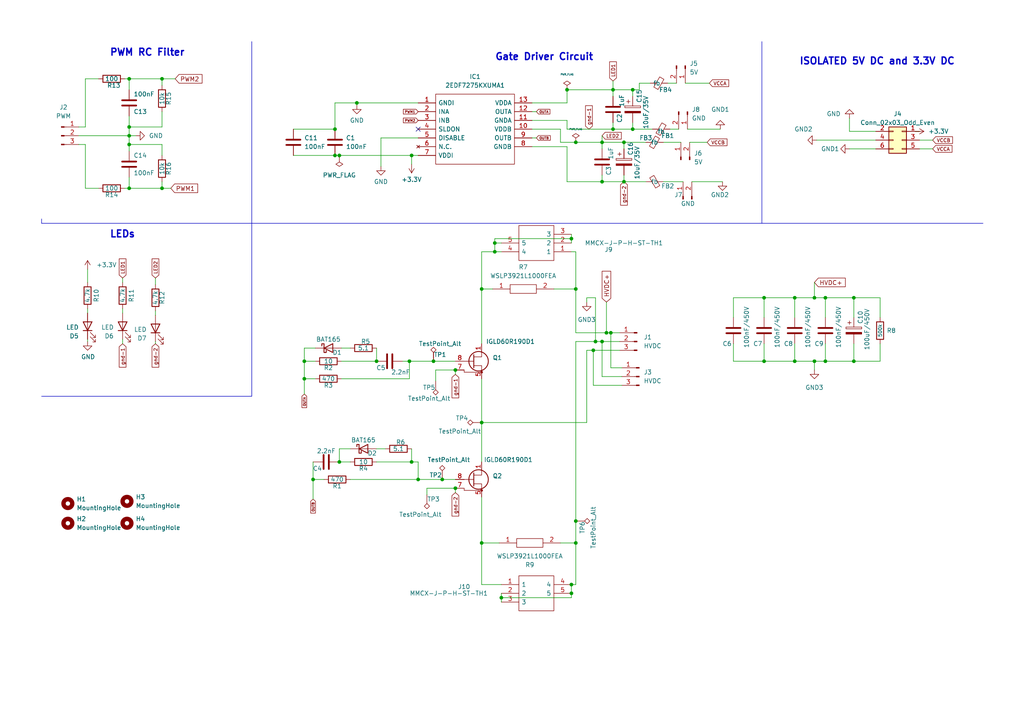
<source format=kicad_sch>
(kicad_sch (version 20250114) (generator "eeschema") (generator_version "9.0")
  (paper "A4")
  (lib_symbols
    (symbol "2EDF7275KXUMA1:2EDF7275KXUMA1" (pin_names (offset 0.762))
      (property "Reference" "IC" (at 29.21 7.62 0))
      (property "Value" "2EDF7275KXUMA1" (at 29.21 5.08 0))
      (symbol "2EDF7275KXUMA1_0_0"
        (pin passive line (at 0 0 0) (length 5.08) (name "GNDI") (number "1"))
        (pin passive line (at 0 -2.54 0) (length 5.08) (name "INA") (number "2"))
        (pin passive line (at 0 -5.08 0) (length 5.08) (name "INB") (number "3"))
        (pin passive line (at 0 -7.62 0) (length 5.08) (name "SLDON") (number "4"))
        (pin passive line (at 0 -10.16 0) (length 5.08) (name "DISABLE") (number "5"))
        (pin no_connect line (at 0 -12.7 0) (length 5.08) (name "N.C.") (number "6"))
        (pin passive line (at 0 -15.24 0) (length 5.08) (name "VDDI") (number "7"))
        (pin passive line (at 33.02 0 180) (length 5.08) (name "VDDA") (number "13"))
        (pin passive line (at 33.02 -2.54 180) (length 5.08) (name "OUTA") (number "12"))
        (pin passive line (at 33.02 -5.08 180) (length 5.08) (name "GNDA") (number "11"))
        (pin passive line (at 33.02 -7.62 180) (length 5.08) (name "VDDB") (number "10"))
        (pin passive line (at 33.02 -10.16 180) (length 5.08) (name "OUTB") (number "9"))
        (pin passive line (at 33.02 -12.7 180) (length 5.08) (name "GNDB") (number "8"))
      )
      (symbol "2EDF7275KXUMA1_0_1"
        (polyline (pts (xy 5.08 2.54) (xy 27.94 2.54) (xy 27.94 -17.78) (xy 5.08 -17.78) (xy 5.08 2.54)) (stroke (width 0.1524)))
      )
    )
    (symbol "Connector:Conn_01x02_Male" (pin_names (offset 1.016) (hide yes))
      (property "Reference" "J" (at 0 2.54 0))
      (property "Value" "Conn_01x02_Male" (at 0 -5.08 0))
      (symbol "Conn_01x02_Male_1_1"
        (rectangle (start 0.8636 0.127) (end 0 -0.127) (stroke (width 0.1524)) (fill (type outline)))
        (rectangle (start 0.8636 -2.413) (end 0 -2.667) (stroke (width 0.1524)) (fill (type outline)))
        (polyline (pts (xy 1.27 0) (xy 0.8636 0)) (stroke (width 0.1524)))
        (polyline (pts (xy 1.27 -2.54) (xy 0.8636 -2.54)) (stroke (width 0.1524)))
        (pin passive line (at 5.08 0 180) (length 3.81) (name "Pin_1") (number "1"))
        (pin passive line (at 5.08 -2.54 180) (length 3.81) (name "Pin_2") (number "2"))
      )
    )
    (symbol "Connector:Conn_01x03_Male" (pin_names (offset 1.016) (hide yes))
      (property "Reference" "J" (at 0 5.08 0))
      (property "Value" "Conn_01x03_Male" (at 0 -5.08 0))
      (symbol "Conn_01x03_Male_1_1"
        (rectangle (start 0.8636 2.667) (end 0 2.413) (stroke (width 0.1524)) (fill (type outline)))
        (rectangle (start 0.8636 0.127) (end 0 -0.127) (stroke (width 0.1524)) (fill (type outline)))
        (rectangle (start 0.8636 -2.413) (end 0 -2.667) (stroke (width 0.1524)) (fill (type outline)))
        (polyline (pts (xy 1.27 2.54) (xy 0.8636 2.54)) (stroke (width 0.1524)))
        (polyline (pts (xy 1.27 0) (xy 0.8636 0)) (stroke (width 0.1524)))
        (polyline (pts (xy 1.27 -2.54) (xy 0.8636 -2.54)) (stroke (width 0.1524)))
        (pin passive line (at 5.08 2.54 180) (length 3.81) (name "Pin_1") (number "1"))
        (pin passive line (at 5.08 0 180) (length 3.81) (name "Pin_2") (number "2"))
        (pin passive line (at 5.08 -2.54 180) (length 3.81) (name "Pin_3") (number "3"))
      )
    )
    (symbol "Connector:TestPoint_Alt" (pin_numbers (hide yes)) (pin_names (offset 0.762) (hide yes))
      (property "Reference" "TP" (at 0 6.858 0))
      (property "Value" "TestPoint_Alt" (at 0 5.08 0))
      (symbol "TestPoint_Alt_0_1"
        (polyline (pts (xy 0 2.54) (xy -0.762 3.302) (xy 0 4.064) (xy 0.762 3.302) (xy 0 2.54)))
      )
      (symbol "TestPoint_Alt_1_1"
        (pin passive line (at 0 0 90) (length 2.54) (name "1") (number "1"))
      )
    )
    (symbol "Connector_Generic:Conn_02x03_Odd_Even" (pin_names (offset 1.016) (hide yes))
      (property "Reference" "J" (at 1.27 5.08 0))
      (property "Value" "Conn_02x03_Odd_Even" (at 1.27 -5.08 0))
      (symbol "Conn_02x03_Odd_Even_1_1"
        (rectangle (start -1.27 3.81) (end 3.81 -3.81) (stroke (width 0.254)) (fill (type background)))
        (rectangle (start -1.27 2.667) (end 0 2.413) (stroke (width 0.1524)))
        (rectangle (start -1.27 0.127) (end 0 -0.127) (stroke (width 0.1524)))
        (rectangle (start -1.27 -2.413) (end 0 -2.667) (stroke (width 0.1524)))
        (rectangle (start 3.81 2.667) (end 2.54 2.413) (stroke (width 0.1524)))
        (rectangle (start 3.81 0.127) (end 2.54 -0.127) (stroke (width 0.1524)))
        (rectangle (start 3.81 -2.413) (end 2.54 -2.667) (stroke (width 0.1524)))
        (pin passive line (at -5.08 2.54 0) (length 3.81) (name "Pin_1") (number "1"))
        (pin passive line (at -5.08 0 0) (length 3.81) (name "Pin_3") (number "3"))
        (pin passive line (at -5.08 -2.54 0) (length 3.81) (name "Pin_5") (number "5"))
        (pin passive line (at 7.62 2.54 180) (length 3.81) (name "Pin_2") (number "2"))
        (pin passive line (at 7.62 0 180) (length 3.81) (name "Pin_4") (number "4"))
        (pin passive line (at 7.62 -2.54 180) (length 3.81) (name "Pin_6") (number "6"))
      )
    )
    (symbol "Device:C" (pin_numbers (hide yes)) (pin_names (offset 0.254))
      (property "Reference" "C" (at 0.635 2.54 0))
      (property "Value" "C" (at 0.635 -2.54 0))
      (symbol "C_0_1"
        (polyline (pts (xy -2.032 0.762) (xy 2.032 0.762)) (stroke (width 0.508)))
        (polyline (pts (xy -2.032 -0.762) (xy 2.032 -0.762)) (stroke (width 0.508)))
      )
      (symbol "C_1_1"
        (pin passive line (at 0 3.81 270) (length 2.794) (name "~") (number "1"))
        (pin passive line (at 0 -3.81 90) (length 2.794) (name "~") (number "2"))
      )
    )
    (symbol "Device:C_Polarized" (pin_numbers (hide yes)) (pin_names (offset 0.254))
      (property "Reference" "C" (at 0.635 2.54 0))
      (property "Value" "C_Polarized" (at 0.635 -2.54 0))
      (symbol "C_Polarized_0_1"
        (rectangle (start -2.286 0.508) (end 2.286 1.016))
        (polyline (pts (xy -1.778 2.286) (xy -0.762 2.286)))
        (polyline (pts (xy -1.27 2.794) (xy -1.27 1.778)))
        (rectangle (start 2.286 -0.508) (end -2.286 -1.016) (fill (type outline)))
      )
      (symbol "C_Polarized_1_1"
        (pin passive line (at 0 3.81 270) (length 2.794) (name "~") (number "1"))
        (pin passive line (at 0 -3.81 90) (length 2.794) (name "~") (number "2"))
      )
    )
    (symbol "Device:D_Schottky" (pin_numbers (hide yes)) (pin_names (offset 1.016) (hide yes))
      (property "Reference" "D" (at 0 2.54 0))
      (property "Value" "D_Schottky" (at 0 -2.54 0))
      (symbol "D_Schottky_0_1"
        (polyline (pts (xy -1.905 0.635) (xy -1.905 1.27) (xy -1.27 1.27) (xy -1.27 -1.27) (xy -0.635 -1.27) (xy -0.635 -0.635)) (stroke (width 0.254)))
        (polyline (pts (xy 1.27 1.27) (xy 1.27 -1.27) (xy -1.27 0) (xy 1.27 1.27)) (stroke (width 0.254)))
        (polyline (pts (xy 1.27 0) (xy -1.27 0)))
      )
      (symbol "D_Schottky_1_1"
        (pin passive line (at -3.81 0 0) (length 2.54) (name "K") (number "1"))
        (pin passive line (at 3.81 0 180) (length 2.54) (name "A") (number "2"))
      )
    )
    (symbol "Device:FerriteBead_Small" (pin_numbers (hide yes)) (pin_names (offset 0))
      (property "Reference" "FB" (at 1.905 1.27 0))
      (property "Value" "FerriteBead_Small" (at 1.905 -1.27 0))
      (symbol "FerriteBead_Small_0_1"
        (polyline (pts (xy -1.8288 0.2794) (xy -1.1176 1.4986) (xy 1.8288 -0.2032) (xy 1.1176 -1.4224) (xy -1.8288 0.2794)))
        (polyline (pts (xy 0 0.889) (xy 0 1.2954)))
        (polyline (pts (xy 0 -1.27) (xy 0 -0.7874)))
      )
      (symbol "FerriteBead_Small_1_1"
        (pin passive line (at 0 2.54 270) (length 1.27) (name "~") (number "1"))
        (pin passive line (at 0 -2.54 90) (length 1.27) (name "~") (number "2"))
      )
    )
    (symbol "Device:LED" (pin_numbers (hide yes)) (pin_names (offset 1.016) (hide yes))
      (property "Reference" "D" (at 0 2.54 0))
      (property "Value" "LED" (at 0 -2.54 0))
      (symbol "LED_0_1"
        (polyline (pts (xy -3.048 -0.762) (xy -4.572 -2.286) (xy -3.81 -2.286) (xy -4.572 -2.286) (xy -4.572 -1.524)))
        (polyline (pts (xy -1.778 -0.762) (xy -3.302 -2.286) (xy -2.54 -2.286) (xy -3.302 -2.286) (xy -3.302 -1.524)))
        (polyline (pts (xy -1.27 0) (xy 1.27 0)))
        (polyline (pts (xy -1.27 -1.27) (xy -1.27 1.27)) (stroke (width 0.254)))
        (polyline (pts (xy 1.27 -1.27) (xy 1.27 1.27) (xy -1.27 0) (xy 1.27 -1.27)) (stroke (width 0.254)))
      )
      (symbol "LED_1_1"
        (pin passive line (at -3.81 0 0) (length 2.54) (name "K") (number "1"))
        (pin passive line (at 3.81 0 180) (length 2.54) (name "A") (number "2"))
      )
    )
    (symbol "Device:R" (pin_numbers (hide yes)) (pin_names (offset 0))
      (property "Reference" "R" (at 2.032 0 90))
      (property "Value" "R" (at 0 0 90))
      (symbol "R_0_1"
        (rectangle (start -1.016 -2.54) (end 1.016 2.54) (stroke (width 0.254)))
      )
      (symbol "R_1_1"
        (pin passive line (at 0 3.81 270) (length 1.27) (name "~") (number "1"))
        (pin passive line (at 0 -3.81 90) (length 1.27) (name "~") (number "2"))
      )
    )
    (symbol "MMCX-J-P-H-ST-TH1:MMCX-J-P-H-ST-TH1" (pin_names (offset 0.762))
      (property "Reference" "J" (at 16.51 7.62 0))
      (property "Value" "MMCX-J-P-H-ST-TH1" (at 16.51 5.08 0))
      (symbol "MMCX-J-P-H-ST-TH1_0_0"
        (pin passive line (at 0 0 0) (length 5.08) (name "1") (number "1"))
        (pin passive line (at 0 -2.54 0) (length 5.08) (name "2") (number "2"))
        (pin passive line (at 0 -5.08 0) (length 5.08) (name "3") (number "3"))
        (pin passive line (at 20.32 0 180) (length 5.08) (name "4") (number "4"))
        (pin passive line (at 20.32 -2.54 180) (length 5.08) (name "5") (number "5"))
      )
      (symbol "MMCX-J-P-H-ST-TH1_0_1"
        (polyline (pts (xy 5.08 2.54) (xy 15.24 2.54) (xy 15.24 -7.62) (xy 5.08 -7.62) (xy 5.08 2.54)) (stroke (width 0.1524)))
      )
    )
    (symbol "Mechanical:MountingHole" (pin_names (offset 1.016))
      (property "Reference" "H" (at 0 5.08 0))
      (property "Value" "MountingHole" (at 0 3.175 0))
      (symbol "MountingHole_0_1"
        (circle (center 0 0) (radius 1.27) (stroke (width 1.27)))
      )
    )
    (symbol "Transistor_FET:IGLD60R190D1" (pin_names (offset 0) (hide yes))
      (property "Reference" "Q" (at 5.08 1.905 0))
      (property "Value" "IGLD60R190D1" (at 5.08 0 0))
      (symbol "IGLD60R190D1_0_1"
        (polyline (pts (xy -2.54 0) (xy 0.254 0)))
        (polyline (pts (xy -2.54 -2.54) (xy -2.54 -3.175) (xy 2.54 -3.175)))
        (polyline (pts (xy 0.254 1.905) (xy 0.254 -1.905) (xy 0.254 -1.905)) (stroke (width 0.254)))
        (polyline (pts (xy 0.254 -1.27) (xy 2.54 -1.27) (xy 2.54 -2.54)))
        (circle (center 1.651 0) (radius 2.8194) (stroke (width 0.254)))
        (polyline (pts (xy 2.54 2.54) (xy 2.54 1.27) (xy 0.254 1.27)))
        (circle (center 2.54 -3.175) (radius 0.2794) (fill (type outline)))
      )
      (symbol "IGLD60R190D1_1_1"
        (pin input line (at -5.08 0 0) (length 2.54) (name "G") (number "8"))
        (pin passive line (at -5.08 -2.54 0) (length 2.54) (name "SS") (number "7"))
        (pin passive line (at 2.54 5.08 270) (length 2.54) (name "D") (number "1"))
        (pin passive line (at 2.54 5.08 270) (length 2.54) (hide yes) (name "D") (number "2"))
        (pin passive line (at 2.54 5.08 270) (length 2.54) (hide yes) (name "D") (number "3"))
        (pin passive line (at 2.54 5.08 270) (length 2.54) (hide yes) (name "D") (number "4"))
        (pin passive line (at 2.54 -5.08 90) (length 2.54) (name "S") (number "5"))
        (pin passive line (at 2.54 -5.08 90) (length 2.54) (hide yes) (name "S") (number "6"))
        (pin passive line (at 2.54 -5.08 90) (length 2.54) (hide yes) (name "S") (number "9"))
      )
    )
    (symbol "WSLP3921L1000FEA:WSLP3921L1000FEA" (pin_names (offset 0.762))
      (property "Reference" "R" (at 13.97 6.35 0))
      (property "Value" "WSLP3921L1000FEA" (at 13.97 3.81 0))
      (symbol "WSLP3921L1000FEA_0_0"
        (pin passive line (at 0 0 0) (length 5.08) (name "~") (number "1"))
        (pin passive line (at 17.78 0 180) (length 5.08) (name "~") (number "2"))
      )
      (symbol "WSLP3921L1000FEA_0_1"
        (polyline (pts (xy 5.08 1.27) (xy 12.7 1.27) (xy 12.7 -1.27) (xy 5.08 -1.27) (xy 5.08 1.27)) (stroke (width 0.1524)))
      )
    )
    (symbol "power:+3.3V" (power) (pin_names (offset 0))
      (property "Value" "+3.3V" (at 0 3.556 0))
      (symbol "+3.3V_0_1"
        (polyline (pts (xy -0.762 1.27) (xy 0 2.54)))
        (polyline (pts (xy 0 2.54) (xy 0.762 1.27)))
        (polyline (pts (xy 0 0) (xy 0 2.54)))
      )
      (symbol "+3.3V_1_1"
        (pin power_in line (at 0 0 90) (length 0) (hide yes) (name "+3.3V") (number "1"))
      )
    )
    (symbol "power:GND" (power) (pin_names (offset 0))
      (property "Value" "GND" (at 0 -3.81 0))
      (symbol "GND_0_1"
        (polyline (pts (xy 0 0) (xy 0 -1.27) (xy 1.27 -1.27) (xy 0 -2.54) (xy -1.27 -1.27) (xy 0 -1.27)))
      )
      (symbol "GND_1_1"
        (pin power_in line (at 0 0 270) (length 0) (hide yes) (name "GND") (number "1"))
      )
    )
    (symbol "power:GND1" (power) (pin_names (offset 0))
      (property "Value" "GND1" (at 0 -3.81 0))
      (symbol "GND1_0_1"
        (polyline (pts (xy 0 0) (xy 0 -1.27) (xy 1.27 -1.27) (xy 0 -2.54) (xy -1.27 -1.27) (xy 0 -1.27)))
      )
      (symbol "GND1_1_1"
        (pin power_in line (at 0 0 270) (length 0) (hide yes) (name "GND1") (number "1"))
      )
    )
    (symbol "power:GND2" (power) (pin_names (offset 0))
      (property "Value" "GND2" (at 0 -3.81 0))
      (symbol "GND2_0_1"
        (polyline (pts (xy 0 0) (xy 0 -1.27) (xy 1.27 -1.27) (xy 0 -2.54) (xy -1.27 -1.27) (xy 0 -1.27)))
      )
      (symbol "GND2_1_1"
        (pin power_in line (at 0 0 270) (length 0) (hide yes) (name "GND2") (number "1"))
      )
    )
    (symbol "power:GND3" (power) (pin_names (offset 0))
      (property "Value" "GND3" (at 0 -3.81 0))
      (symbol "GND3_0_1"
        (polyline (pts (xy 0 0) (xy 0 -1.27) (xy 1.27 -1.27) (xy 0 -2.54) (xy -1.27 -1.27) (xy 0 -1.27)))
      )
      (symbol "GND3_1_1"
        (pin power_in line (at 0 0 270) (length 0) (hide yes) (name "GND3") (number "1"))
      )
    )
    (symbol "power:PWR_FLAG" (power) (pin_numbers (hide yes)) (pin_names (offset 0) (hide yes))
      (property "Value" "PWR_FLAG" (at 0 3.81 0))
      (symbol "PWR_FLAG_0_0"
        (pin power_out line (at 0 0 90) (length 0) (name "pwr") (number "1"))
      )
      (symbol "PWR_FLAG_0_1"
        (polyline (pts (xy 0 0) (xy 0 1.27) (xy -1.016 1.905) (xy 0 2.54) (xy 1.016 1.905) (xy 0 1.27)))
      )
    )
  )
  (text "LEDs" (at 31.75 69.215 0) (effects (font (size 2 2) (thickness 0.4) (bold yes)) (justify left bottom)))
  (text "ISOLATED 5V DC and 3.3V DC" (at 231.775 19.05 0) (effects (font (size 2 2) (thickness 0.4) (bold yes)) (justify left bottom)))
  (text "PWM RC Filter" (at 31.75 16.51 0) (effects (font (size 2 2) (thickness 0.4) (bold yes)) (justify left bottom)))
  (text "Gate Driver Circuit" (at 143.51 17.78 0) (effects (font (size 2 2) (thickness 0.4) (bold yes)) (justify left bottom)))
  (junction (at 183.515 26.035))
  (junction (at 247.65 104.775))
  (junction (at 139.7 83.82))
  (junction (at 37.465 54.61))
  (junction (at 145.415 173.355))
  (junction (at 109.22 104.775))
  (junction (at 177.165 96.52))
  (junction (at 98.425 45.085))
  (junction (at 230.505 104.775))
  (junction (at 177.8 26.035))
  (junction (at 236.22 86.36))
  (junction (at 119.38 45.085))
  (junction (at 119.38 133.985))
  (junction (at 97.155 37.465))
  (junction (at 230.505 86.36))
  (junction (at 180.975 52.705))
  (junction (at 172.72 99.06))
  (junction (at 88.265 104.775))
  (junction (at 37.465 41.91))
  (junction (at 174.625 41.275))
  (junction (at 236.22 104.775))
  (junction (at 97.155 45.085))
  (junction (at 174.625 52.705))
  (junction (at 46.99 22.86))
  (junction (at 175.895 96.52))
  (junction (at 139.7 122.555))
  (junction (at 103.505 29.845))
  (junction (at 90.805 139.065))
  (junction (at 46.99 54.61))
  (junction (at 132.08 141.605))
  (junction (at 132.08 107.315))
  (junction (at 167.005 151.13))
  (junction (at 98.425 133.985))
  (junction (at 37.465 36.83))
  (junction (at 165.735 169.545))
  (junction (at 239.395 86.36))
  (junction (at 143.51 73.025))
  (junction (at 143.51 70.485))
  (junction (at 165.735 69.215))
  (junction (at 128.27 139.065))
  (junction (at 139.7 157.48))
  (junction (at 164.465 26.035))
  (junction (at 183.515 37.465))
  (junction (at 118.745 104.775))
  (junction (at 167.005 83.82))
  (junction (at 239.395 104.775))
  (junction (at 172.085 101.6))
  (junction (at 37.465 39.37))
  (junction (at 37.465 22.86))
  (junction (at 174.625 99.06))
  (junction (at 88.265 109.855))
  (junction (at 167.005 157.48))
  (junction (at 121.285 139.065))
  (junction (at 165.735 172.085))
  (junction (at 180.975 41.275))
  (junction (at 125.73 104.775))
  (junction (at 247.65 86.36))
  (junction (at 221.615 104.775))
  (junction (at 221.615 86.36))
  (junction (at 167.005 41.275))
  (junction (at 177.8 37.465))
  (no_connect (at 121.285 37.465))
  (wire (pts (xy 98.425 130.175) (xy 101.6 130.175)))
  (wire (pts (xy 24.765 54.61) (xy 24.765 41.91)))
  (wire (pts (xy 164.465 42.545) (xy 154.305 42.545)))
  (wire (pts (xy 172.085 101.6) (xy 179.705 101.6)))
  (polyline (pts (xy 12.065 114.935) (xy 73.025 114.935)))
  (wire (pts (xy 98.425 45.085) (xy 98.425 45.72)))
  (wire (pts (xy 45.085 90.17) (xy 45.085 91.44)))
  (wire (pts (xy 183.515 35.56) (xy 183.515 37.465)))
  (wire (pts (xy 177.8 27.94) (xy 177.8 26.035)))
  (wire (pts (xy 180.975 41.275) (xy 187.325 41.275)))
  (wire (pts (xy 99.06 104.775) (xy 109.22 104.775)))
  (wire (pts (xy 139.7 109.855) (xy 139.7 122.555)))
  (wire (pts (xy 180.34 106.68) (xy 177.165 106.68)))
  (wire (pts (xy 103.505 30.48) (xy 103.505 29.845)))
  (polyline (pts (xy 220.98 64.77) (xy 285.115 64.77)))
  (wire (pts (xy 266.7 40.64) (xy 270.51 40.64)))
  (wire (pts (xy 143.51 70.485) (xy 143.51 69.215)))
  (wire (pts (xy 143.51 69.215) (xy 165.735 69.215)))
  (wire (pts (xy 236.22 104.775) (xy 236.22 107.315)))
  (wire (pts (xy 154.305 40.005) (xy 155.575 40.005)))
  (wire (pts (xy 167.005 151.13) (xy 167.005 157.48)))
  (wire (pts (xy 192.405 52.705) (xy 198.12 52.705)))
  (wire (pts (xy 239.395 86.36) (xy 236.22 86.36)))
  (wire (pts (xy 24.765 22.86) (xy 28.575 22.86)))
  (wire (pts (xy 165.735 169.545) (xy 167.005 169.545)))
  (wire (pts (xy 164.465 37.465) (xy 164.465 34.925)))
  (wire (pts (xy 192.405 41.275) (xy 197.485 41.275)))
  (wire (pts (xy 132.08 142.875) (xy 132.08 141.605)))
  (wire (pts (xy 177.165 106.68) (xy 177.165 96.52)))
  (polyline (pts (xy 220.98 12.065) (xy 220.98 64.77)))
  (wire (pts (xy 126.365 107.315) (xy 132.08 107.315)))
  (wire (pts (xy 165.735 172.085) (xy 165.735 173.355)))
  (wire (pts (xy 266.7 43.18) (xy 270.51 43.18)))
  (wire (pts (xy 85.09 37.465) (xy 97.155 37.465)))
  (wire (pts (xy 212.725 92.075) (xy 212.725 86.36)))
  (wire (pts (xy 145.415 73.025) (xy 143.51 73.025)))
  (wire (pts (xy 175.895 87.63) (xy 175.895 96.52)))
  (wire (pts (xy 174.625 41.275) (xy 180.975 41.275)))
  (wire (pts (xy 221.615 86.36) (xy 221.615 92.075)))
  (wire (pts (xy 165.735 67.945) (xy 165.735 69.215)))
  (wire (pts (xy 183.515 26.035) (xy 185.42 26.035)))
  (wire (pts (xy 110.49 40.005) (xy 110.49 48.26)))
  (wire (pts (xy 143.51 73.025) (xy 139.7 73.025)))
  (wire (pts (xy 164.465 29.845) (xy 164.465 26.035)))
  (wire (pts (xy 128.27 139.065) (xy 132.08 139.065)))
  (wire (pts (xy 175.895 96.52) (xy 177.165 96.52)))
  (wire (pts (xy 37.465 41.91) (xy 37.465 43.815)))
  (wire (pts (xy 165.735 69.215) (xy 165.735 70.485)))
  (wire (pts (xy 162.56 37.465) (xy 154.305 37.465)))
  (wire (pts (xy 183.515 37.465) (xy 189.23 37.465)))
  (wire (pts (xy 154.305 32.385) (xy 155.575 32.385)))
  (wire (pts (xy 230.505 86.36) (xy 230.505 92.075)))
  (wire (pts (xy 177.8 23.495) (xy 177.8 26.035)))
  (wire (pts (xy 212.725 104.775) (xy 212.725 99.695)))
  (wire (pts (xy 97.155 29.845) (xy 103.505 29.845)))
  (wire (pts (xy 170.18 122.555) (xy 170.18 101.6)))
  (wire (pts (xy 164.465 42.545) (xy 164.465 52.705)))
  (wire (pts (xy 167.005 41.275) (xy 174.625 41.275)))
  (wire (pts (xy 221.615 104.775) (xy 212.725 104.775)))
  (wire (pts (xy 46.99 24.765) (xy 46.99 22.86)))
  (wire (pts (xy 24.765 36.83) (xy 24.765 22.86)))
  (wire (pts (xy 103.505 29.845) (xy 121.285 29.845)))
  (wire (pts (xy 123.825 141.605) (xy 132.08 141.605)))
  (wire (pts (xy 37.465 22.86) (xy 37.465 26.035)))
  (wire (pts (xy 109.22 133.985) (xy 119.38 133.985)))
  (wire (pts (xy 200.66 52.705) (xy 209.55 52.705)))
  (wire (pts (xy 247.65 99.695) (xy 247.65 104.775)))
  (wire (pts (xy 35.56 80.645) (xy 35.56 81.915)))
  (wire (pts (xy 162.56 41.275) (xy 167.005 41.275)))
  (wire (pts (xy 90.805 139.065) (xy 90.805 133.985)))
  (wire (pts (xy 145.415 70.485) (xy 143.51 70.485)))
  (wire (pts (xy 121.285 139.065) (xy 128.27 139.065)))
  (wire (pts (xy 221.615 99.695) (xy 221.615 104.775)))
  (polyline (pts (xy 73.025 64.77) (xy 73.025 114.935)))
  (wire (pts (xy 123.825 143.51) (xy 123.825 141.605)))
  (wire (pts (xy 164.465 37.465) (xy 177.8 37.465)))
  (wire (pts (xy 167.005 157.48) (xy 167.005 169.545)))
  (wire (pts (xy 101.6 133.985) (xy 98.425 133.985)))
  (wire (pts (xy 172.085 111.76) (xy 172.085 101.6)))
  (wire (pts (xy 247.65 86.36) (xy 239.395 86.36)))
  (wire (pts (xy 255.27 86.36) (xy 247.65 86.36)))
  (wire (pts (xy 93.98 139.065) (xy 90.805 139.065)))
  (wire (pts (xy 170.18 86.36) (xy 170.18 87.63)))
  (wire (pts (xy 116.84 104.775) (xy 118.745 104.775)))
  (wire (pts (xy 46.99 45.085) (xy 46.99 41.91)))
  (wire (pts (xy 88.265 114.3) (xy 88.265 109.855)))
  (wire (pts (xy 139.7 122.555) (xy 139.7 133.985)))
  (wire (pts (xy 174.625 50.8) (xy 174.625 52.705)))
  (wire (pts (xy 164.465 26.035) (xy 177.8 26.035)))
  (wire (pts (xy 230.505 99.695) (xy 230.505 104.775)))
  (wire (pts (xy 145.415 173.355) (xy 145.415 174.625)))
  (wire (pts (xy 139.7 73.025) (xy 139.7 83.82)))
  (wire (pts (xy 22.86 36.83) (xy 24.765 36.83)))
  (wire (pts (xy 35.56 99.695) (xy 35.56 98.425)))
  (polyline (pts (xy 220.98 64.77) (xy 73.025 64.77)))
  (wire (pts (xy 37.465 33.655) (xy 37.465 36.83)))
  (wire (pts (xy 22.86 41.91) (xy 24.765 41.91)))
  (wire (pts (xy 247.65 104.775) (xy 255.27 104.775)))
  (wire (pts (xy 99.06 100.965) (xy 101.6 100.965)))
  (wire (pts (xy 118.745 104.775) (xy 125.73 104.775)))
  (wire (pts (xy 199.39 37.465) (xy 208.915 37.465)))
  (wire (pts (xy 119.38 45.085) (xy 119.38 47.625)))
  (wire (pts (xy 162.56 41.275) (xy 162.56 37.465)))
  (wire (pts (xy 25.4 78.105) (xy 25.4 81.915)))
  (wire (pts (xy 180.975 50.8) (xy 180.975 52.705)))
  (wire (pts (xy 36.195 54.61) (xy 37.465 54.61)))
  (wire (pts (xy 46.99 54.61) (xy 37.465 54.61)))
  (wire (pts (xy 139.7 169.545) (xy 139.7 157.48)))
  (wire (pts (xy 91.44 104.775) (xy 88.265 104.775)))
  (wire (pts (xy 164.465 52.705) (xy 174.625 52.705)))
  (wire (pts (xy 46.99 32.385) (xy 46.99 36.83)))
  (wire (pts (xy 174.625 52.705) (xy 180.975 52.705)))
  (wire (pts (xy 126.365 110.49) (xy 126.365 107.315)))
  (wire (pts (xy 160.655 83.82) (xy 167.005 83.82)))
  (wire (pts (xy 46.99 22.86) (xy 37.465 22.86)))
  (wire (pts (xy 139.7 122.555) (xy 170.18 122.555)))
  (wire (pts (xy 22.86 39.37) (xy 37.465 39.37)))
  (wire (pts (xy 37.465 54.61) (xy 37.465 51.435)))
  (wire (pts (xy 165.735 169.545) (xy 165.735 172.085)))
  (wire (pts (xy 90.805 144.78) (xy 90.805 139.065)))
  (wire (pts (xy 85.09 45.085) (xy 97.155 45.085)))
  (wire (pts (xy 172.72 86.36) (xy 172.72 99.06)))
  (wire (pts (xy 119.38 45.085) (xy 121.285 45.085)))
  (wire (pts (xy 198.755 24.13) (xy 205.74 24.13)))
  (wire (pts (xy 266.7 38.1) (xy 265.43 38.1)))
  (wire (pts (xy 145.415 172.085) (xy 145.415 173.355)))
  (wire (pts (xy 109.22 104.775) (xy 109.22 100.965)))
  (wire (pts (xy 139.7 144.145) (xy 139.7 157.48)))
  (polyline (pts (xy 73.025 64.77) (xy 12.065 64.77)))
  (wire (pts (xy 255.27 99.695) (xy 255.27 104.775)))
  (wire (pts (xy 37.465 36.83) (xy 37.465 39.37)))
  (wire (pts (xy 139.7 83.82) (xy 139.7 99.695)))
  (wire (pts (xy 230.505 104.775) (xy 221.615 104.775)))
  (wire (pts (xy 46.99 54.61) (xy 49.53 54.61)))
  (wire (pts (xy 167.005 73.025) (xy 167.005 83.82)))
  (wire (pts (xy 46.99 22.86) (xy 50.8 22.86)))
  (wire (pts (xy 167.005 96.52) (xy 175.895 96.52)))
  (wire (pts (xy 45.085 99.695) (xy 45.085 99.06)))
  (wire (pts (xy 46.99 36.83) (xy 37.465 36.83)))
  (wire (pts (xy 139.7 169.545) (xy 145.415 169.545)))
  (wire (pts (xy 167.005 99.06) (xy 172.72 99.06)))
  (wire (pts (xy 25.4 89.535) (xy 25.4 90.805)))
  (wire (pts (xy 37.465 39.37) (xy 39.37 39.37)))
  (wire (pts (xy 180.975 43.18) (xy 180.975 41.275)))
  (wire (pts (xy 183.515 27.94) (xy 183.515 26.035)))
  (wire (pts (xy 99.06 109.855) (xy 118.745 109.855)))
  (wire (pts (xy 97.155 29.845) (xy 97.155 37.465)))
  (wire (pts (xy 167.005 83.82) (xy 167.005 96.52)))
  (wire (pts (xy 139.7 157.48) (xy 144.78 157.48)))
  (wire (pts (xy 167.005 99.06) (xy 167.005 151.13)))
  (wire (pts (xy 88.265 109.855) (xy 88.265 104.775)))
  (wire (pts (xy 236.855 40.64) (xy 254 40.64)))
  (wire (pts (xy 236.22 104.775) (xy 239.395 104.775)))
  (wire (pts (xy 185.42 24.13) (xy 188.595 24.13)))
  (wire (pts (xy 46.99 41.91) (xy 37.465 41.91)))
  (wire (pts (xy 239.395 99.695) (xy 239.395 104.775)))
  (wire (pts (xy 132.08 108.585) (xy 132.08 107.315)))
  (wire (pts (xy 119.38 133.985) (xy 119.38 130.175)))
  (wire (pts (xy 125.73 104.775) (xy 132.08 104.775)))
  (wire (pts (xy 91.44 109.855) (xy 88.265 109.855)))
  (wire (pts (xy 174.625 41.275) (xy 174.625 43.18)))
  (wire (pts (xy 121.285 139.065) (xy 121.285 133.985)))
  (wire (pts (xy 185.42 24.13) (xy 185.42 26.035)))
  (wire (pts (xy 28.575 54.61) (xy 24.765 54.61)))
  (wire (pts (xy 180.975 52.705) (xy 187.325 52.705)))
  (wire (pts (xy 255.27 92.075) (xy 255.27 86.36)))
  (wire (pts (xy 247.65 86.36) (xy 247.65 92.075)))
  (wire (pts (xy 246.38 43.18) (xy 254 43.18)))
  (wire (pts (xy 46.99 52.705) (xy 46.99 54.61)))
  (wire (pts (xy 98.425 133.985) (xy 98.425 130.175)))
  (wire (pts (xy 164.465 34.925) (xy 154.305 34.925)))
  (wire (pts (xy 194.31 37.465) (xy 196.85 37.465)))
  (wire (pts (xy 177.165 96.52) (xy 179.705 96.52)))
  (wire (pts (xy 239.395 86.36) (xy 239.395 92.075)))
  (wire (pts (xy 37.465 41.91) (xy 37.465 39.37)))
  (wire (pts (xy 236.22 81.915) (xy 236.22 86.36)))
  (wire (pts (xy 172.72 99.06) (xy 174.625 99.06)))
  (wire (pts (xy 246.38 38.1) (xy 254 38.1)))
  (wire (pts (xy 180.34 109.22) (xy 174.625 109.22)))
  (wire (pts (xy 236.22 86.36) (xy 230.505 86.36)))
  (wire (pts (xy 25.4 99.06) (xy 25.4 98.425)))
  (wire (pts (xy 35.56 89.535) (xy 35.56 90.805)))
  (wire (pts (xy 212.725 86.36) (xy 221.615 86.36)))
  (wire (pts (xy 36.195 22.86) (xy 37.465 22.86)))
  (wire (pts (xy 88.265 100.965) (xy 91.44 100.965)))
  (wire (pts (xy 177.8 26.035) (xy 183.515 26.035)))
  (wire (pts (xy 121.285 133.985) (xy 119.38 133.985)))
  (wire (pts (xy 230.505 104.775) (xy 236.22 104.775)))
  (wire (pts (xy 246.38 34.29) (xy 246.38 38.1)))
  (wire (pts (xy 172.72 86.36) (xy 170.18 86.36)))
  (wire (pts (xy 174.625 99.06) (xy 179.705 99.06)))
  (polyline (pts (xy 12.065 63.5) (xy 12.065 64.77)))
  (wire (pts (xy 110.49 40.005) (xy 121.285 40.005)))
  (wire (pts (xy 118.745 109.855) (xy 118.745 104.775)))
  (wire (pts (xy 165.735 173.355) (xy 145.415 173.355)))
  (wire (pts (xy 180.34 111.76) (xy 172.085 111.76)))
  (wire (pts (xy 109.22 130.175) (xy 111.76 130.175)))
  (wire (pts (xy 205.105 41.275) (xy 200.025 41.275)))
  (wire (pts (xy 177.8 35.56) (xy 177.8 37.465)))
  (wire (pts (xy 174.625 109.22) (xy 174.625 99.06)))
  (wire (pts (xy 143.51 70.485) (xy 143.51 73.025)))
  (wire (pts (xy 177.8 37.465) (xy 183.515 37.465)))
  (wire (pts (xy 98.425 45.085) (xy 119.38 45.085)))
  (wire (pts (xy 165.735 73.025) (xy 167.005 73.025)))
  (wire (pts (xy 162.56 157.48) (xy 167.005 157.48)))
  (wire (pts (xy 174.625 39.37) (xy 174.625 41.275)))
  (polyline (pts (xy 73.025 12.065) (xy 73.025 64.77)))
  (wire (pts (xy 101.6 139.065) (xy 121.285 139.065)))
  (wire (pts (xy 239.395 104.775) (xy 247.65 104.775)))
  (wire (pts (xy 230.505 86.36) (xy 221.615 86.36)))
  (wire (pts (xy 88.265 104.775) (xy 88.265 100.965)))
  (wire (pts (xy 139.7 83.82) (xy 142.875 83.82)))
  (wire (pts (xy 154.305 29.845) (xy 164.465 29.845)))
  (wire (pts (xy 170.18 101.6) (xy 172.085 101.6)))
  (wire (pts (xy 97.155 45.085) (xy 98.425 45.085)))
  (wire (pts (xy 193.675 24.13) (xy 196.215 24.13)))
  (wire (pts (xy 45.085 80.645) (xy 45.085 82.55)))
  (global_label "VCCA" (shape input) (at 270.51 43.18 0) (effects (font (size 1 1))) (property "Intersheetrefs" "${INTERSHEET_REFS}" (effects (hide yes))))
  (global_label "HVDC+" (shape input) (at 175.895 87.63 90) (property "Intersheetrefs" "${INTERSHEET_REFS}" (effects (hide yes))))
  (global_label "LED1" (shape input) (at 177.8 23.495 90) (effects (font (size 1 1))) (property "Intersheetrefs" "${INTERSHEET_REFS}" (effects (hide yes))))
  (global_label "VCCB" (shape input) (at 270.51 40.64 0) (effects (font (size 1 1))) (property "Intersheetrefs" "${INTERSHEET_REFS}" (effects (hide yes))))
  (global_label "PWM1" (shape input) (at 49.53 54.61 0) (property "Intersheetrefs" "${INTERSHEET_REFS}" (effects (hide yes))))
  (global_label "PWM2" (shape input) (at 50.8 22.86 0) (property "Intersheetrefs" "${INTERSHEET_REFS}" (effects (hide yes))))
  (global_label "PWM2" (shape input) (at 121.285 34.925 180) (effects (font (size 0.7 0.7))) (property "Intersheetrefs" "${INTERSHEET_REFS}" (effects (hide yes))))
  (global_label "gnd-1" (shape input) (at 170.815 37.465 90) (effects (font (size 1 1))) (property "Intersheetrefs" "${INTERSHEET_REFS}" (effects (hide yes))))
  (global_label "OUTB" (shape input) (at 155.575 40.005 0) (effects (font (size 0.7 0.7))) (property "Intersheetrefs" "${INTERSHEET_REFS}" (effects (hide yes))))
  (global_label "gnd-2" (shape input) (at 45.085 99.695 270) (effects (font (size 1 1))) (property "Intersheetrefs" "${INTERSHEET_REFS}" (effects (hide yes))))
  (global_label "VCCA" (shape input) (at 205.74 24.13 0) (effects (font (size 1 1))) (property "Intersheetrefs" "${INTERSHEET_REFS}" (effects (hide yes))))
  (global_label "LED2" (shape input) (at 174.625 39.37 0) (effects (font (size 1 1))) (property "Intersheetrefs" "${INTERSHEET_REFS}" (effects (hide yes))))
  (global_label "LED2" (shape input) (at 45.085 80.645 90) (effects (font (size 1 1))) (property "Intersheetrefs" "${INTERSHEET_REFS}" (effects (hide yes))))
  (global_label "OUTA" (shape input) (at 88.265 114.3 270) (effects (font (size 0.7 0.7))) (property "Intersheetrefs" "${INTERSHEET_REFS}" (effects (hide yes))))
  (global_label "gnd-2" (shape input) (at 180.975 52.705 270) (effects (font (size 1 1))) (property "Intersheetrefs" "${INTERSHEET_REFS}" (effects (hide yes))))
  (global_label "OUTB" (shape input) (at 90.805 144.78 270) (effects (font (size 0.7 0.7))) (property "Intersheetrefs" "${INTERSHEET_REFS}" (effects (hide yes))))
  (global_label "LED1" (shape input) (at 35.56 80.645 90) (effects (font (size 1 1))) (property "Intersheetrefs" "${INTERSHEET_REFS}" (effects (hide yes))))
  (global_label "OUTA" (shape input) (at 155.575 32.385 0) (effects (font (size 0.7 0.7))) (property "Intersheetrefs" "${INTERSHEET_REFS}" (effects (hide yes))))
  (global_label "gnd-2" (shape input) (at 132.08 142.875 270) (effects (font (size 1 1))) (property "Intersheetrefs" "${INTERSHEET_REFS}" (effects (hide yes))))
  (global_label "gnd-1" (shape input) (at 132.08 108.585 270) (effects (font (size 1 1))) (property "Intersheetrefs" "${INTERSHEET_REFS}" (effects (hide yes))))
  (global_label "VCCB" (shape input) (at 205.105 41.275 0) (effects (font (size 1 1))) (property "Intersheetrefs" "${INTERSHEET_REFS}" (effects (hide yes))))
  (global_label "HVDC+" (shape input) (at 236.22 81.915 0) (property "Intersheetrefs" "${INTERSHEET_REFS}" (effects (hide yes))))
  (global_label "PWM1" (shape input) (at 121.285 32.385 180) (effects (font (size 0.7 0.7))) (property "Intersheetrefs" "${INTERSHEET_REFS}" (effects (hide yes))))
  (global_label "gnd-1" (shape input) (at 35.56 99.695 270) (effects (font (size 1 1))) (property "Intersheetrefs" "${INTERSHEET_REFS}" (effects (hide yes))))
  (symbol (lib_id "Device:FerriteBead_Small") (at 189.865 52.705 270) (mirror x) (unit 1)
    (property "Reference" "FB2" (at 193.675 53.975 90))
    (property "Value" "fb" (at 189.865 52.705 90))
    (property "Footprint" "Resistor_SMD:R_0805_2012Metric" (effects (hide yes)))
  )
  (symbol (lib_id "Connector:Conn_01x03_Male") (at 185.42 109.22 0) (mirror y) (unit 1)
    (property "Reference" "J3" (at 186.69 107.9499 0) (effects (justify right)))
    (property "Value" "HVDC" (at 186.69 110.4899 0) (effects (justify right)))
    (property "Footprint" "Connector_Molex:Molex_KK-396_A-41791-0003_1x03_P3.96mm_Vertical" (effects (hide yes)))
  )
  (symbol (lib_id "Connector:TestPoint_Alt") (at 167.005 151.13 270) (unit 1)
    (property "Reference" "TP6" (at 168.91 153.035 0))
    (property "Value" "TestPoint_Alt" (at 172.085 153.035 0))
    (property "Footprint" "TestPoint:TestPoint_Keystone_5000-5004_Miniature" (effects (hide yes)))
  )
  (symbol (lib_id "power:GND2") (at 236.855 40.64 270) (mirror x) (unit 1)
    (property "Reference" "#PWR05" (effects (hide yes)))
    (property "Value" "GND2" (at 233.045 37.465 90))
  )
  (symbol (lib_id "Device:R") (at 95.25 109.855 90) (unit 1)
    (property "Reference" "R3" (at 95.25 111.76 90))
    (property "Value" "470" (at 95.25 109.855 90))
    (property "Footprint" "Resistor_SMD:R_0805_2012Metric" (effects (hide yes)))
  )
  (symbol (lib_id "power:PWR_FLAG") (at 164.465 26.035 0) (unit 1)
    (property "Reference" "#FLG0102" (effects (hide yes)))
    (property "Value" "PWR_FLAG" (at 164.465 21.59 0) (effects (font (size 0.5 0.5))))
  )
  (symbol (lib_id "MMCX-J-P-H-ST-TH1:MMCX-J-P-H-ST-TH1") (at 145.415 169.545 0) (unit 1)
    (property "Reference" "J10" (at 134.62 170.18 0))
    (property "Value" "MMCX-J-P-H-ST-TH1" (at 130.175 172.085 0))
    (property "Footprint" "MMCX-J-P-H-ST-TH1:MMCXJPHSTTH1" (effects (hide yes)))
    (property "Datasheet" "http://suddendocs.samtec.com/prints/mmcx-j-p-x-st-th1-mkt.pdf" (effects (hide yes)))
    (property "Description" "Samtec 50 Straight Through Hole MMCX Connector, jack, Solder Termination, 0  6GHz, Coaxial" (effects (hide yes)))
    (property "Height" "4.35" (effects (hide yes)))
    (property "Mouser Part Number" "200-MMCXJPHSTTH1" (effects (hide yes)))
    (property "Mouser Price/Stock" "https://www.mouser.co.uk/ProductDetail/Samtec/MMCX-J-P-H-ST-TH1?qs=jyzYFa4oMQgZ1Ln0Y5MuTQ%3D%3D" (effects (hide yes)))
    (property "Manufacturer_Name" "SAMTEC" (effects (hide yes)))
    (property "Manufacturer_Part_Number" "MMCX-J-P-H-ST-TH1" (effects (hide yes)))
  )
  (symbol (lib_id "Connector:Conn_01x02_Male") (at 198.755 19.05 270) (unit 1)
    (property "Reference" "J5" (at 200.025 18.4149 90) (effects (justify left)))
    (property "Value" "5V" (at 200.025 20.9549 90) (effects (justify left)))
    (property "Footprint" "Connector_PinHeader_2.54mm:PinHeader_1x02_P2.54mm_Vertical" (effects (hide yes)))
  )
  (symbol (lib_id "power:PWR_FLAG") (at 98.425 45.72 180) (unit 1)
    (property "Reference" "#FLG01" (effects (hide yes)))
    (property "Value" "PWR_FLAG" (at 98.425 50.8 0))
  )
  (symbol (lib_id "Device:R") (at 45.085 86.36 180) (unit 1)
    (property "Reference" "R12" (at 46.99 86.36 90))
    (property "Value" "4.7k" (at 45.085 86.36 90))
    (property "Footprint" "Resistor_SMD:R_0805_2012Metric" (effects (hide yes)))
  )
  (symbol (lib_id "Device:R") (at 97.79 139.065 90) (unit 1)
    (property "Reference" "R1" (at 97.79 140.97 90))
    (property "Value" "470" (at 97.79 139.065 90))
    (property "Footprint" "Resistor_SMD:R_0805_2012Metric" (effects (hide yes)))
  )
  (symbol (lib_id "power:GND") (at 110.49 48.26 0) (unit 1)
    (property "Reference" "#PWR0101" (effects (hide yes)))
    (property "Value" "GND" (at 110.49 52.705 0))
  )
  (symbol (lib_id "power:GND") (at 246.38 34.29 180) (unit 1)
    (property "Reference" "#PWR08" (effects (hide yes)))
    (property "Value" "GND" (at 243.84 33.0201 0) (effects (justify left)))
  )
  (symbol (lib_id "Device:C") (at 230.505 95.885 0) (unit 1)
    (property "Reference" "C8" (at 227.33 99.695 0) (effects (justify left)))
    (property "Value" "100nF/450V" (at 234.315 100.965 90) (effects (justify left)))
    (property "Footprint" "Capacitor_SMD:C_1206_3216Metric" (effects (hide yes)))
  )
  (symbol (lib_id "Device:C_Polarized") (at 247.65 95.885 0) (unit 1)
    (property "Reference" "C10" (at 249.555 93.98 90) (effects (justify left)))
    (property "Value" "100uF/450V" (at 251.46 101.6 90) (effects (justify left)))
    (property "Footprint" "EKXL451ELL101MM30S:CAPPRD750W80D1825H3200" (effects (hide yes)))
  )
  (symbol (lib_id "Connector:Conn_01x02_Male") (at 197.485 46.355 90) (unit 1)
    (property "Reference" "J6" (at 201.295 44.4499 90) (effects (justify right)))
    (property "Value" "5V" (at 201.295 46.9899 90) (effects (justify right)))
    (property "Footprint" "Connector_PinHeader_2.54mm:PinHeader_1x02_P2.54mm_Vertical" (effects (hide yes)))
  )
  (symbol (lib_id "Device:C") (at 239.395 95.885 0) (unit 1)
    (property "Reference" "C9" (at 236.22 99.695 0) (effects (justify left)))
    (property "Value" "100nF/450V" (at 243.205 100.965 90) (effects (justify left)))
    (property "Footprint" "Capacitor_SMD:C_1206_3216Metric" (effects (hide yes)))
  )
  (symbol (lib_id "Device:R") (at 35.56 85.725 180) (unit 1)
    (property "Reference" "R11" (at 38.1 85.725 90))
    (property "Value" "4.7k" (at 35.56 85.725 90))
    (property "Footprint" "Resistor_SMD:R_0805_2012Metric" (effects (hide yes)))
  )
  (symbol (lib_id "Device:LED") (at 35.56 94.615 90) (unit 1)
    (property "Reference" "D6" (at 33.02 97.4726 90) (effects (justify left)))
    (property "Value" "LED" (at 33.02 94.9326 90) (effects (justify left)))
    (property "Footprint" "LED_SMD:LED_0805_2012Metric" (effects (hide yes)))
  )
  (symbol (lib_id "Device:C") (at 177.8 31.75 180) (unit 1)
    (property "Reference" "C2" (at 179.705 34.29 90))
    (property "Value" "1uF" (at 180.34 29.21 90))
    (property "Footprint" "Capacitor_SMD:C_0805_2012Metric" (effects (hide yes)))
  )
  (symbol (lib_id "power:+3.3V") (at 25.4 78.105 0) (unit 1)
    (property "Reference" "#PWR0108" (effects (hide yes)))
    (property "Value" "+3.3V" (at 27.94 76.8349 0) (effects (justify left)))
  )
  (symbol (lib_id "Device:FerriteBead_Small") (at 189.865 41.275 90) (unit 1)
    (property "Reference" "FB3" (at 187.325 40.005 90))
    (property "Value" "fb" (at 189.865 41.275 90))
    (property "Footprint" "Resistor_SMD:R_0805_2012Metric" (effects (hide yes)))
  )
  (symbol (lib_id "Connector:Conn_01x03_Male") (at 17.78 39.37 0) (unit 1)
    (property "Reference" "J2" (at 18.415 31.115 0))
    (property "Value" "PWM" (at 18.415 33.655 0))
    (property "Footprint" "Connector_Molex:Molex_KK-254_AE-6410-03A_1x03_P2.54mm_Vertical" (effects (hide yes)))
  )
  (symbol (lib_id "Device:C") (at 113.03 104.775 90) (unit 1)
    (property "Reference" "C5" (at 110.49 106.68 90))
    (property "Value" "2.2nF" (at 116.205 107.95 90))
    (property "Footprint" "Capacitor_SMD:C_0805_2012Metric" (effects (hide yes)))
  )
  (symbol (lib_id "Connector:Conn_01x02_Male") (at 199.39 32.385 270) (unit 1)
    (property "Reference" "J8" (at 200.66 31.7499 90) (effects (justify left)))
    (property "Value" "GND" (at 200.66 34.2899 90) (effects (justify left)))
    (property "Footprint" "Connector_PinHeader_2.54mm:PinHeader_1x02_P2.54mm_Vertical" (effects (hide yes)))
  )
  (symbol (lib_id "Device:R") (at 255.27 95.885 0) (unit 1)
    (property "Reference" "R8" (at 257.175 95.885 0) (effects (justify left)))
    (property "Value" "500k" (at 255.27 97.79 90) (effects (font (size 1 1)) (justify left)))
    (property "Footprint" "Resistor_SMD:R_0805_2012Metric" (effects (hide yes)))
  )
  (symbol (lib_id "power:GND1") (at 246.38 43.18 270) (mirror x) (unit 1)
    (property "Reference" "#PWR04" (effects (hide yes)))
    (property "Value" "GND1" (at 238.125 43.18 90) (effects (justify left)))
  )
  (symbol (lib_id "Device:C") (at 94.615 133.985 90) (unit 1)
    (property "Reference" "C4" (at 92.075 135.89 90))
    (property "Value" "2.2nF" (at 94.615 130.81 90))
    (property "Footprint" "Capacitor_SMD:C_0805_2012Metric" (effects (hide yes)))
  )
  (symbol (lib_id "Device:C") (at 37.465 29.845 0) (mirror x) (unit 1)
    (property "Reference" "C13" (at 38.735 32.385 0) (effects (justify left)))
    (property "Value" "100nF" (at 38.735 27.305 0) (effects (justify left)))
    (property "Footprint" "Capacitor_SMD:C_0805_2012Metric" (effects (hide yes)))
  )
  (symbol (lib_id "power:GND3") (at 170.18 87.63 0) (unit 1)
    (property "Reference" "#PWR06" (effects (hide yes)))
    (property "Value" "GND3" (at 170.18 92.71 0))
  )
  (symbol (lib_id "Device:R") (at 46.99 48.895 180) (unit 1)
    (property "Reference" "R16" (at 48.895 48.895 90))
    (property "Value" "10k" (at 46.99 48.895 90))
    (property "Footprint" "Resistor_SMD:R_0805_2012Metric" (effects (hide yes)))
  )
  (symbol (lib_id "Connector:TestPoint_Alt") (at 139.7 122.555 90) (unit 1)
    (property "Reference" "TP4" (at 133.985 121.285 90))
    (property "Value" "TestPoint_Alt" (at 133.35 125.095 90))
    (property "Footprint" "TestPoint:TestPoint_Keystone_5000-5004_Miniature" (effects (hide yes)))
  )
  (symbol (lib_id "Device:R") (at 46.99 28.575 0) (mirror y) (unit 1)
    (property "Reference" "R15" (at 48.895 28.575 90))
    (property "Value" "10k" (at 46.99 28.575 90))
    (property "Footprint" "Resistor_SMD:R_0805_2012Metric" (effects (hide yes)))
  )
  (symbol (lib_id "Device:C_Polarized") (at 180.975 46.99 0) (unit 1)
    (property "Reference" "C16" (at 182.88 45.085 90) (effects (justify left)))
    (property "Value" "10uF/35V" (at 184.785 52.07 90) (effects (justify left)))
    (property "Footprint" "Capacitor_SMD:CP_Elec_5x5.3" (effects (hide yes)))
  )
  (symbol (lib_id "MMCX-J-P-H-ST-TH1:MMCX-J-P-H-ST-TH1") (at 165.735 73.025 180) (unit 1)
    (property "Reference" "J9" (at 176.53 72.39 0))
    (property "Value" "MMCX-J-P-H-ST-TH1" (at 180.975 70.485 0))
    (property "Footprint" "MMCX-J-P-H-ST-TH1:MMCXJPHSTTH1" (effects (hide yes)))
    (property "Datasheet" "http://suddendocs.samtec.com/prints/mmcx-j-p-x-st-th1-mkt.pdf" (effects (hide yes)))
    (property "Description" "Samtec 50 Straight Through Hole MMCX Connector, jack, Solder Termination, 0  6GHz, Coaxial" (effects (hide yes)))
    (property "Height" "4.35" (effects (hide yes)))
    (property "Mouser Part Number" "200-MMCXJPHSTTH1" (effects (hide yes)))
    (property "Mouser Price/Stock" "https://www.mouser.co.uk/ProductDetail/Samtec/MMCX-J-P-H-ST-TH1?qs=jyzYFa4oMQgZ1Ln0Y5MuTQ%3D%3D" (effects (hide yes)))
    (property "Manufacturer_Name" "SAMTEC" (effects (hide yes)))
    (property "Manufacturer_Part_Number" "MMCX-J-P-H-ST-TH1" (effects (hide yes)))
  )
  (symbol (lib_id "Connector_Generic:Conn_02x03_Odd_Even") (at 261.62 40.64 0) (mirror y) (unit 1)
    (property "Reference" "J4" (at 260.35 33.02 0))
    (property "Value" "Conn_02x03_Odd_Even" (at 260.35 35.56 0))
    (property "Footprint" "Connector_PinSocket_2.54mm:PinSocket_2x03_P2.54mm_Horizontal" (effects (hide yes)))
  )
  (symbol (lib_id "Connector:TestPoint_Alt") (at 123.825 143.51 180) (unit 1)
    (property "Reference" "TP3" (at 125.73 144.78 0))
    (property "Value" "TestPoint_Alt" (at 121.92 149.225 0))
    (property "Footprint" "TestPoint:TestPoint_Keystone_5000-5004_Miniature" (effects (hide yes)))
  )
  (symbol (lib_id "Device:R") (at 105.41 100.965 90) (unit 1)
    (property "Reference" "R5" (at 106.045 99.06 90))
    (property "Value" "5.1" (at 105.41 100.965 90))
    (property "Footprint" "Resistor_SMD:R_0805_2012Metric" (effects (hide yes)))
  )
  (symbol (lib_id "Device:C") (at 37.465 47.625 0) (unit 1)
    (property "Reference" "C14" (at 38.735 45.085 0) (effects (justify left)))
    (property "Value" "100nF" (at 38.735 50.165 0) (effects (justify left)))
    (property "Footprint" "Capacitor_SMD:C_0805_2012Metric" (effects (hide yes)))
  )
  (symbol (lib_id "Device:C") (at 221.615 95.885 0) (unit 1)
    (property "Reference" "C7" (at 218.44 99.695 0) (effects (justify left)))
    (property "Value" "100nF/450V" (at 225.425 100.965 90) (effects (justify left)))
    (property "Footprint" "Capacitor_SMD:C_1206_3216Metric" (effects (hide yes)))
  )
  (symbol (lib_id "WSLP3921L1000FEA:WSLP3921L1000FEA") (at 144.78 157.48 0) (mirror x) (unit 1)
    (property "Reference" "R9" (at 153.67 163.83 0))
    (property "Value" "WSLP3921L1000FEA" (at 153.67 161.29 0))
    (property "Footprint" "footprint:RESC10052X50N" (effects (hide yes)))
    (property "Datasheet" "https://datasheet.datasheetarchive.com/originals/distributors/Datasheets_SAMA/cd369b67f640568f5c60fc944b86acf3.pdf" (effects (hide yes)))
    (property "Description" "Current Sense Resistors - SMD 9W 0.0001ohm 1%" (effects (hide yes)))
    (property "Height" "0.5" (effects (hide yes)))
    (property "Manufacturer_Name" "Vishay" (effects (hide yes)))
    (property "Manufacturer_Part_Number" "WSLP3921L1000FEA" (effects (hide yes)))
    (property "Mouser Part Number" "71-WSLP3921L1000FEA" (effects (hide yes)))
    (property "Mouser Price/Stock" "https://www.mouser.co.uk/ProductDetail/Vishay-Dale/WSLP3921L1000FEA?qs=TiOZkKH1s2S5b3T%252BuIp%2FVQ%3D%3D" (effects (hide yes)))
  )
  (symbol (lib_id "Mechanical:MountingHole") (at 36.83 151.765 0) (unit 1)
    (property "Reference" "H4" (at 39.37 150.4949 0) (effects (justify left)))
    (property "Value" "MountingHole" (at 39.37 153.0349 0) (effects (justify left)))
    (property "Footprint" "MountingHole:MountingHole_3.2mm_M3" (effects (hide yes)))
  )
  (symbol (lib_id "Device:R") (at 25.4 85.725 180) (unit 1)
    (property "Reference" "R10" (at 27.94 85.725 90))
    (property "Value" "4.7k" (at 25.4 85.725 90))
    (property "Footprint" "Resistor_SMD:R_0805_2012Metric" (effects (hide yes)))
  )
  (symbol (lib_id "Transistor_FET:IGLD60R190D1") (at 137.16 104.775 0) (unit 1)
    (property "Reference" "Q1" (at 142.875 103.7589 0) (effects (justify left)))
    (property "Value" "IGLD60R190D1" (at 140.97 99.06 0) (effects (justify left)))
    (property "Footprint" "Package_SON:Infineon_PG-LSON-8-1" (effects (hide yes)))
    (property "Datasheet" "https://www.infineon.com/dgdl/Infineon-IGLD60R190D1-DataSheet-v02_00-EN.pdf?fileId=5546d46269e1c019016a6d78ff5e2aba" (effects (hide yes)))
  )
  (symbol (lib_id "Device:C") (at 212.725 95.885 0) (unit 1)
    (property "Reference" "C6" (at 209.55 99.695 0) (effects (justify left)))
    (property "Value" "100nF/450V" (at 216.535 100.965 90) (effects (justify left)))
    (property "Footprint" "Capacitor_SMD:C_1206_3216Metric" (effects (hide yes)))
  )
  (symbol (lib_id "WSLP3921L1000FEA:WSLP3921L1000FEA") (at 142.875 83.82 0) (unit 1)
    (property "Reference" "R7" (at 151.765 77.47 0))
    (property "Value" "WSLP3921L1000FEA" (at 151.765 80.01 0))
    (property "Footprint" "footprint:RESC10052X50N" (effects (hide yes)))
    (property "Datasheet" "https://datasheet.datasheetarchive.com/originals/distributors/Datasheets_SAMA/cd369b67f640568f5c60fc944b86acf3.pdf" (effects (hide yes)))
    (property "Description" "Current Sense Resistors - SMD 9W 0.0001ohm 1%" (effects (hide yes)))
    (property "Height" "0.5" (effects (hide yes)))
    (property "Manufacturer_Name" "Vishay" (effects (hide yes)))
    (property "Manufacturer_Part_Number" "WSLP3921L1000FEA" (effects (hide yes)))
    (property "Mouser Part Number" "71-WSLP3921L1000FEA" (effects (hide yes)))
    (property "Mouser Price/Stock" "https://www.mouser.co.uk/ProductDetail/Vishay-Dale/WSLP3921L1000FEA?qs=TiOZkKH1s2S5b3T%252BuIp%2FVQ%3D%3D" (effects (hide yes)))
  )
  (symbol (lib_id "Mechanical:MountingHole") (at 19.685 151.765 0) (unit 1)
    (property "Reference" "H2" (at 22.225 150.4949 0) (effects (justify left)))
    (property "Value" "MountingHole" (at 22.225 153.0349 0) (effects (justify left)))
    (property "Footprint" "MountingHole:MountingHole_3.2mm_M3" (effects (hide yes)))
  )
  (symbol (lib_id "Mechanical:MountingHole") (at 36.83 145.415 0) (unit 1)
    (property "Reference" "H3" (at 39.37 144.1449 0) (effects (justify left)))
    (property "Value" "MountingHole" (at 39.37 146.6849 0) (effects (justify left)))
    (property "Footprint" "MountingHole:MountingHole_3.2mm_M3" (effects (hide yes)))
  )
  (symbol (lib_id "power:GND") (at 103.505 30.48 0) (unit 1)
    (property "Reference" "#PWR0102" (effects (hide yes)))
    (property "Value" "GND" (at 103.505 34.925 0))
  )
  (symbol (lib_id "power:GND") (at 25.4 99.06 0) (unit 1)
    (property "Reference" "#PWR0105" (effects (hide yes)))
    (property "Value" "GND" (at 23.495 103.505 0) (effects (justify left)))
  )
  (symbol (lib_id "Device:R") (at 32.385 22.86 90) (mirror x) (unit 1)
    (property "Reference" "R13" (at 33.02 24.765 90))
    (property "Value" "100" (at 32.385 22.86 90))
    (property "Footprint" "Resistor_SMD:R_0805_2012Metric" (effects (hide yes)))
  )
  (symbol (lib_id "Connector:Conn_01x03_Male") (at 184.785 99.06 0) (mirror y) (unit 1)
    (property "Reference" "J1" (at 186.69 97.7899 0) (effects (justify right)))
    (property "Value" "HVDC" (at 186.69 100.3299 0) (effects (justify right)))
    (property "Footprint" "Connector_Molex:Molex_KK-396_A-41791-0003_1x03_P3.96mm_Vertical" (effects (hide yes)))
  )
  (symbol (lib_id "Mechanical:MountingHole") (at 19.685 146.05 0) (unit 1)
    (property "Reference" "H1" (at 22.225 144.7799 0) (effects (justify left)))
    (property "Value" "MountingHole" (at 22.225 147.3199 0) (effects (justify left)))
    (property "Footprint" "MountingHole:MountingHole_3.2mm_M3" (effects (hide yes)))
  )
  (symbol (lib_id "power:+3.3V") (at 119.38 47.625 180) (unit 1)
    (property "Reference" "#PWR01" (effects (hide yes)))
    (property "Value" "+3.3V" (at 119.38 52.07 0))
  )
  (symbol (lib_id "Device:C") (at 174.625 46.99 180) (unit 1)
    (property "Reference" "C3" (at 176.53 49.53 90))
    (property "Value" "1uF" (at 177.165 44.45 90))
    (property "Footprint" "Capacitor_SMD:C_0805_2012Metric" (effects (hide yes)))
  )
  (symbol (lib_id "2EDF7275KXUMA1:2EDF7275KXUMA1") (at 121.285 29.845 0) (unit 1)
    (property "Reference" "IC1" (at 137.795 22.225 0))
    (property "Value" "2EDF7275KXUMA1" (at 137.795 24.765 0))
    (property "Footprint" "2EDF7275K:TFLGA65P500X500X106-14_13N-V" (effects (hide yes)))
    (property "Datasheet" "https://www.infineon.com/dgdl/Infineon-2EDS8265H-DS-v02_00-EN.pdf?fileId=5546d462636cc8fb0163b09037983063" (effects (hide yes)))
    (property "Description" "Gate Drivers DRIVER IC" (effects (hide yes)))
    (property "Height" "1.06" (effects (hide yes)))
    (property "Mouser Part Number" "726-2EDF7275KXUMA1" (effects (hide yes)))
    (property "Mouser Price/Stock" "https://www.mouser.co.uk/ProductDetail/Infineon-Technologies/2EDF7275KXUMA1?qs=55YtniHzbhBLW9Urmtkx1g%3D%3D" (effects (hide yes)))
    (property "Manufacturer_Name" "Infineon" (effects (hide yes)))
    (property "Manufacturer_Part_Number" "2EDF7275KXUMA1" (effects (hide yes)))
  )
  (symbol (lib_id "power:GND1") (at 208.915 37.465 180) (unit 1)
    (property "Reference" "#PWR02" (effects (hide yes)))
    (property "Value" "GND1" (at 208.915 31.75 0))
  )
  (symbol (lib_id "Device:FerriteBead_Small") (at 191.77 37.465 90) (unit 1)
    (property "Reference" "FB1" (at 193.675 39.37 90))
    (property "Value" "fb" (at 191.77 38.1 90))
    (property "Footprint" "Resistor_SMD:R_0805_2012Metric" (effects (hide yes)))
  )
  (symbol (lib_id "Device:C") (at 85.09 41.275 0) (unit 1)
    (property "Reference" "C11" (at 88.265 40.0049 0) (effects (justify left)))
    (property "Value" "100nF" (at 88.265 42.5449 0) (effects (justify left)))
    (property "Footprint" "Capacitor_SMD:C_0805_2012Metric" (effects (hide yes)))
  )
  (symbol (lib_id "Device:R") (at 32.385 54.61 90) (unit 1)
    (property "Reference" "R14" (at 32.385 56.515 90))
    (property "Value" "100" (at 32.385 54.61 90))
    (property "Footprint" "Resistor_SMD:R_0805_2012Metric" (effects (hide yes)))
  )
  (symbol (lib_id "Device:D_Schottky") (at 105.41 130.175 0) (unit 1)
    (property "Reference" "D2" (at 107.95 131.445 0))
    (property "Value" "BAT165" (at 105.41 127.635 0))
    (property "Footprint" "Diode_SMD:D_SOD-323" (effects (hide yes)))
  )
  (symbol (lib_id "Device:R") (at 95.25 104.775 90) (unit 1)
    (property "Reference" "R2" (at 95.25 106.68 90))
    (property "Value" "10" (at 95.25 104.775 90))
    (property "Footprint" "Resistor_SMD:R_0805_2012Metric" (effects (hide yes)))
  )
  (symbol (lib_id "Device:C_Polarized") (at 183.515 31.75 0) (unit 1)
    (property "Reference" "C15" (at 185.42 29.845 90) (effects (justify left)))
    (property "Value" "10uF/35V" (at 187.325 37.465 90) (effects (justify left)))
    (property "Footprint" "Capacitor_SMD:CP_Elec_5x5.3" (effects (hide yes)))
  )
  (symbol (lib_id "Device:D_Schottky") (at 95.25 100.965 0) (unit 1)
    (property "Reference" "D1" (at 97.79 102.235 0))
    (property "Value" "BAT165" (at 95.25 98.425 0))
    (property "Footprint" "Diode_SMD:D_SOD-323" (effects (hide yes)))
  )
  (symbol (lib_id "power:PWR_FLAG") (at 167.005 41.275 0) (unit 1)
    (property "Reference" "#FLG0101" (effects (hide yes)))
    (property "Value" "PWR_FLAG" (at 167.005 37.465 0) (effects (font (size 0.5 0.5))))
  )
  (symbol (lib_id "Device:R") (at 115.57 130.175 90) (unit 1)
    (property "Reference" "R6" (at 116.205 128.27 90))
    (property "Value" "5.1" (at 115.57 130.175 90))
    (property "Footprint" "Resistor_SMD:R_0805_2012Metric" (effects (hide yes)))
  )
  (symbol (lib_id "Connector:TestPoint_Alt") (at 128.27 139.065 0) (unit 1)
    (property "Reference" "TP2" (at 126.365 137.795 0))
    (property "Value" "TestPoint_Alt" (at 130.175 133.35 0))
    (property "Footprint" "TestPoint:TestPoint_Keystone_5000-5004_Miniature" (effects (hide yes)))
  )
  (symbol (lib_id "Device:FerriteBead_Small") (at 191.135 24.13 90) (unit 1)
    (property "Reference" "FB4" (at 193.04 26.035 90))
    (property "Value" "fb" (at 190.5 24.13 90))
    (property "Footprint" "Resistor_SMD:R_0805_2012Metric" (effects (hide yes)))
  )
  (symbol (lib_id "Connector:TestPoint_Alt") (at 126.365 110.49 180) (unit 1)
    (property "Reference" "TP5" (at 124.46 112.395 0))
    (property "Value" "TestPoint_Alt" (at 124.46 115.57 0))
    (property "Footprint" "TestPoint:TestPoint_Keystone_5000-5004_Miniature" (effects (hide yes)))
  )
  (symbol (lib_id "Device:R") (at 105.41 133.985 90) (unit 1)
    (property "Reference" "R4" (at 105.41 135.89 90))
    (property "Value" "10" (at 105.41 133.985 90))
    (property "Footprint" "Resistor_SMD:R_0805_2012Metric" (effects (hide yes)))
  )
  (symbol (lib_id "power:GND") (at 39.37 39.37 90) (unit 1)
    (property "Reference" "#PWR0104" (effects (hide yes)))
    (property "Value" "GND" (at 43.18 39.3699 90) (effects (justify right)))
  )
  (symbol (lib_id "Device:LED") (at 25.4 94.615 90) (unit 1)
    (property "Reference" "D5" (at 22.86 97.4726 90) (effects (justify left)))
    (property "Value" "LED" (at 22.86 94.9326 90) (effects (justify left)))
    (property "Footprint" "LED_SMD:LED_0805_2012Metric" (effects (hide yes)))
  )
  (symbol (lib_id "Connector:TestPoint_Alt") (at 125.73 104.775 0) (unit 1)
    (property "Reference" "TP1" (at 127.635 102.87 0))
    (property "Value" "TestPoint_Alt" (at 127.635 99.695 0))
    (property "Footprint" "TestPoint:TestPoint_Keystone_5000-5004_Miniature" (effects (hide yes)))
  )
  (symbol (lib_id "power:GND2") (at 209.55 52.705 0) (unit 1)
    (property "Reference" "#PWR03" (effects (hide yes)))
    (property "Value" "GND2" (at 211.455 56.515 0) (effects (justify right)))
  )
  (symbol (lib_id "Transistor_FET:IGLD60R190D1") (at 137.16 139.065 0) (unit 1)
    (property "Reference" "Q2" (at 142.875 138.0489 0) (effects (justify left)))
    (property "Value" "IGLD60R190D1" (at 140.335 133.35 0) (effects (justify left)))
    (property "Footprint" "Package_SON:Infineon_PG-LSON-8-1" (effects (hide yes)))
    (property "Datasheet" "https://www.infineon.com/dgdl/Infineon-IGLD60R190D1-DataSheet-v02_00-EN.pdf?fileId=5546d46269e1c019016a6d78ff5e2aba" (effects (hide yes)))
  )
  (symbol (lib_id "Device:C") (at 97.155 41.275 0) (unit 1)
    (property "Reference" "C1" (at 100.33 40.0049 0) (effects (justify left)))
    (property "Value" "100nF" (at 100.33 42.5449 0) (effects (justify left)))
    (property "Footprint" "Capacitor_SMD:C_0805_2012Metric" (effects (hide yes)))
  )
  (symbol (lib_id "Connector:Conn_01x02_Male") (at 198.12 57.785 90) (unit 1)
    (property "Reference" "J7" (at 195.58 56.515 90) (effects (justify right)))
    (property "Value" "GND" (at 197.485 59.055 90) (effects (justify right)))
    (property "Footprint" "Connector_PinHeader_2.54mm:PinHeader_1x02_P2.54mm_Vertical" (effects (hide yes)))
  )
  (symbol (lib_id "power:+3.3V") (at 265.43 38.1 270) (unit 1)
    (property "Reference" "#PWR07" (effects (hide yes)))
    (property "Value" "+3.3V" (at 269.24 38.0999 90) (effects (justify left)))
  )
  (symbol (lib_id "power:GND3") (at 236.22 107.315 0) (unit 1)
    (property "Reference" "#PWR09" (effects (hide yes)))
    (property "Value" "GND3" (at 236.22 112.395 0))
  )
  (symbol (lib_id "Device:LED") (at 45.085 95.25 90) (unit 1)
    (property "Reference" "D7" (at 42.545 98.1076 90) (effects (justify left)))
    (property "Value" "LED" (at 42.545 95.5676 90) (effects (justify left)))
    (property "Footprint" "LED_SMD:LED_0805_2012Metric" (effects (hide yes)))
  )
)
</source>
